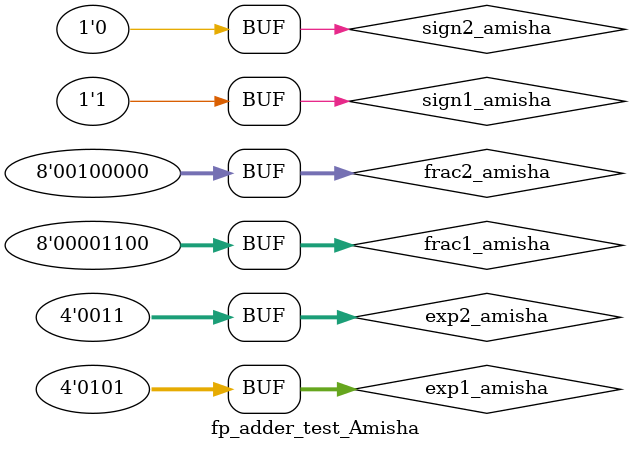
<source format=v>
`timescale 1ns / 1ps


module fp_adder_test_Amisha;
	// Inputs
	reg sign1_amisha;
	reg sign2_amisha;
	reg [3:0] exp1_amisha;
	reg [3:0] exp2_amisha;
	reg [7:0] frac1_amisha;
	reg [7:0] frac2_amisha;
	// Outputs
	wire sign_out_amisha;
	wire [3:0] exp_out_amisha;
	wire [7:0] frac_out_amisha;
	// Instantiate the Unit Under Test (UUT)
	fp_adder_Amisha uut (
		.sign1_amisha(sign1_amisha), 
		.sign2_amisha(sign2_amisha), 
		.exp1_amisha(exp1_amisha), 
		.exp2_amisha(exp2_amisha), 
		.frac1_amisha(frac1_amisha), 
		.frac2_amisha(frac2_amisha), 
		.sign_out_amisha(sign_out_amisha), 
		.exp_out_amisha(exp_out_amisha), 
		.frac_out_amisha(frac_out_amisha)
	);
	initial begin
		sign1_amisha = 0;
		sign2_amisha = 0;
		exp1_amisha = 0;
		exp2_amisha = 0;
		frac1_amisha = 0;
		frac2_amisha = 0;
		#200;
		sign1_amisha = 0;
		sign2_amisha = 1;
		exp1_amisha = 12;
		exp2_amisha = 8;
		frac1_amisha = 52;
		frac2_amisha = 25;
		#200;
		sign1_amisha = 1;
		sign2_amisha = 0;
		exp1_amisha = 12;
		exp2_amisha = 8;
		frac1_amisha = 52;
		frac2_amisha = 25;
		#200;
		sign1_amisha = 0;
		sign2_amisha = 0;
		exp1_amisha = 5;
		exp2_amisha = 3;
		frac1_amisha = 12;
		frac2_amisha = 32;
		#200;
		sign1_amisha = 1;
		sign2_amisha = 0;
		exp1_amisha = 5;
		exp2_amisha = 3;
		frac1_amisha = 12;
		frac2_amisha = 32;
		#200;
	end      
endmodule


</source>
